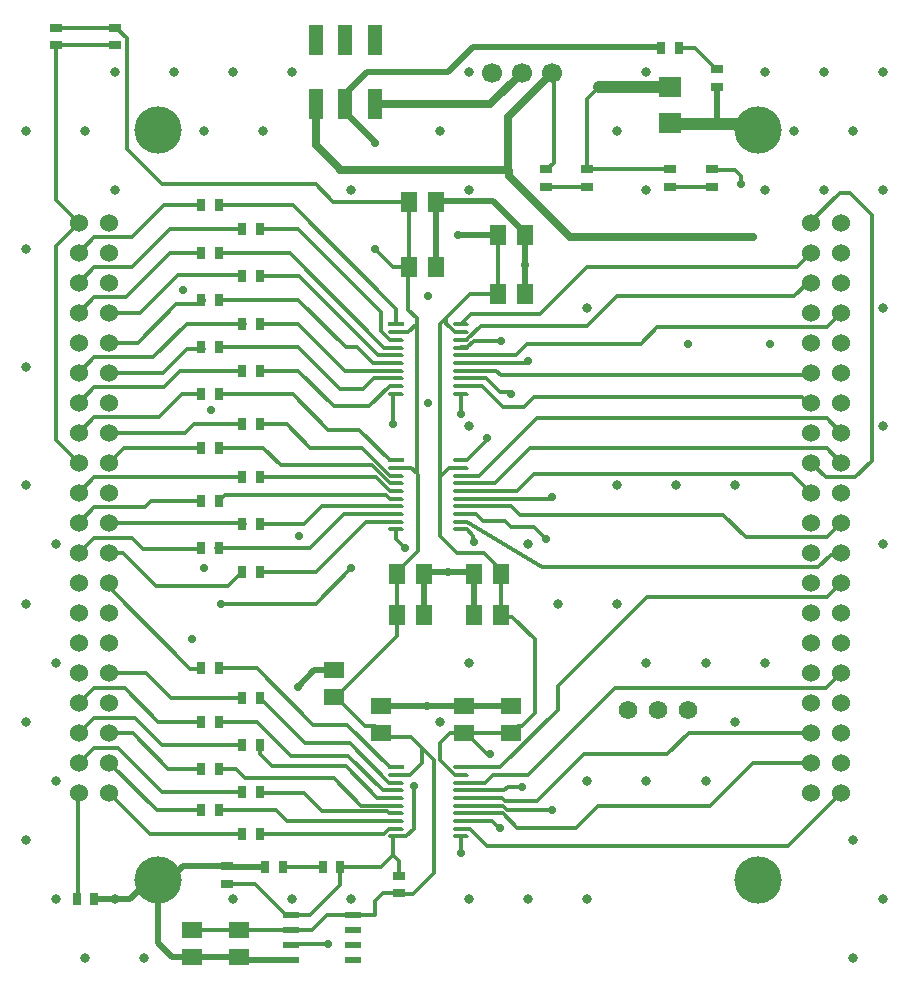
<source format=gbr>
%TF.GenerationSoftware,Altium Limited,Altium Designer,23.3.1 (30)*%
G04 Layer_Physical_Order=1*
G04 Layer_Color=255*
%FSLAX45Y45*%
%MOMM*%
%TF.SameCoordinates,CA382BF2-D798-45FE-BEC5-AB2A3CF063FF*%
%TF.FilePolarity,Positive*%
%TF.FileFunction,Copper,L1,Top,Signal*%
%TF.Part,Single*%
G01*
G75*
%TA.AperFunction,SMDPad,CuDef*%
%ADD10R,0.80000X1.00000*%
%ADD11R,1.20000X2.50000*%
%ADD12R,1.00000X0.80000*%
%ADD13R,1.40000X1.70000*%
%ADD14R,1.70000X1.40000*%
G04:AMPARAMS|DCode=15|XSize=1.35543mm|YSize=0.34077mm|CornerRadius=0.17038mm|HoleSize=0mm|Usage=FLASHONLY|Rotation=0.000|XOffset=0mm|YOffset=0mm|HoleType=Round|Shape=RoundedRectangle|*
%AMROUNDEDRECTD15*
21,1,1.35543,0.00000,0,0,0.0*
21,1,1.01467,0.34077,0,0,0.0*
1,1,0.34077,0.50733,0.00000*
1,1,0.34077,-0.50733,0.00000*
1,1,0.34077,-0.50733,0.00000*
1,1,0.34077,0.50733,0.00000*
%
%ADD15ROUNDEDRECTD15*%
%ADD16R,1.35543X0.34077*%
%ADD17R,1.84000X1.80000*%
%ADD18R,1.40000X0.60000*%
%TA.AperFunction,Conductor*%
%ADD19C,0.30000*%
%ADD20C,0.50000*%
%ADD21C,0.70000*%
%ADD22C,1.00000*%
%TA.AperFunction,ComponentPad*%
%ADD23C,1.70000*%
%ADD24C,1.52400*%
%ADD25C,1.57480*%
%TA.AperFunction,ViaPad*%
%ADD26C,4.00000*%
%ADD27C,0.70000*%
%ADD28C,0.80000*%
D10*
X7828400Y9170000D02*
D03*
X7978400D02*
D03*
X8509132Y3767500D02*
D03*
X8659132D02*
D03*
X6575000Y3500000D02*
D03*
X6425000D02*
D03*
X7628400Y9370000D02*
D03*
X7478400D02*
D03*
X7628400Y8970000D02*
D03*
X7478400D02*
D03*
X7978400Y8770000D02*
D03*
X7828400D02*
D03*
X7628400Y8570000D02*
D03*
X7478400D02*
D03*
X7978400Y8370000D02*
D03*
X7828400D02*
D03*
X7628400Y8170000D02*
D03*
X7478400D02*
D03*
X7978400Y7970000D02*
D03*
X7828400D02*
D03*
X7628400Y7770000D02*
D03*
X7478400D02*
D03*
X7978400Y7520000D02*
D03*
X7828400D02*
D03*
X7628400Y7320000D02*
D03*
X7478400D02*
D03*
X7978400Y7070000D02*
D03*
X7828400D02*
D03*
X7628400Y6870000D02*
D03*
X7478400D02*
D03*
X7978400Y6670000D02*
D03*
X7828400D02*
D03*
X7628400Y6470000D02*
D03*
X7478400D02*
D03*
X7978400Y6270000D02*
D03*
X7828400D02*
D03*
X7628400Y5450000D02*
D03*
X7478400D02*
D03*
X7978400Y5200000D02*
D03*
X7828400D02*
D03*
X7628400Y5000000D02*
D03*
X7478400D02*
D03*
X7978400Y4800000D02*
D03*
X7828400D02*
D03*
X7628400Y4600000D02*
D03*
X7478400D02*
D03*
X7978400Y4400000D02*
D03*
X7828400D02*
D03*
X7628400Y4250000D02*
D03*
X7478400D02*
D03*
X7978400Y4050000D02*
D03*
X7828400D02*
D03*
X8170257Y3767500D02*
D03*
X8020257D02*
D03*
X11525000Y10700000D02*
D03*
X11375000D02*
D03*
D11*
X8700000Y10775000D02*
D03*
Y10225000D02*
D03*
X8450000D02*
D03*
Y10775000D02*
D03*
X8950000D02*
D03*
Y10225000D02*
D03*
D12*
X11850000Y10375000D02*
D03*
Y10525000D02*
D03*
X11450000Y9675000D02*
D03*
Y9525000D02*
D03*
X10750000Y9675000D02*
D03*
Y9525000D02*
D03*
X6250000Y10875000D02*
D03*
Y10725000D02*
D03*
X11803354Y9525000D02*
D03*
Y9675000D02*
D03*
X6750000Y10875000D02*
D03*
Y10725000D02*
D03*
X7700000Y3775000D02*
D03*
Y3625000D02*
D03*
X9153354Y3695000D02*
D03*
Y3545000D02*
D03*
X10400000Y9525000D02*
D03*
Y9675000D02*
D03*
D13*
X9235700Y8850000D02*
D03*
X9464300D02*
D03*
X9235700Y9400000D02*
D03*
X9464300D02*
D03*
X9135700Y6250000D02*
D03*
X9364300D02*
D03*
X10217654Y9120000D02*
D03*
X9989054D02*
D03*
X10217654Y8620000D02*
D03*
X9989054D02*
D03*
X9135700Y5900000D02*
D03*
X9364300D02*
D03*
X9789054D02*
D03*
X10017654D02*
D03*
X9789054Y6250000D02*
D03*
X10017654D02*
D03*
D14*
X7803354Y3005700D02*
D03*
Y3234300D02*
D03*
X8603354Y5205700D02*
D03*
Y5434300D02*
D03*
X10103354Y5134300D02*
D03*
Y4905700D02*
D03*
X9003354D02*
D03*
Y5134300D02*
D03*
X9703354D02*
D03*
Y4905700D02*
D03*
X7403354Y3234300D02*
D03*
Y3005700D02*
D03*
D15*
X9680893Y8362500D02*
D03*
Y8297500D02*
D03*
Y8232500D02*
D03*
Y8167500D02*
D03*
Y8102500D02*
D03*
Y8037500D02*
D03*
Y7972500D02*
D03*
Y7907500D02*
D03*
Y7842500D02*
D03*
Y7777500D02*
D03*
X9125816D02*
D03*
Y7842500D02*
D03*
Y7907500D02*
D03*
Y7972500D02*
D03*
Y8037500D02*
D03*
Y8102500D02*
D03*
Y8167500D02*
D03*
Y8232500D02*
D03*
Y8297500D02*
D03*
X9680893Y7212500D02*
D03*
Y7147500D02*
D03*
Y7082500D02*
D03*
Y7017500D02*
D03*
Y6952500D02*
D03*
Y6887500D02*
D03*
Y6822500D02*
D03*
Y6757500D02*
D03*
Y6692500D02*
D03*
Y6627500D02*
D03*
X9125816D02*
D03*
Y6692500D02*
D03*
Y6757500D02*
D03*
Y6822500D02*
D03*
Y6887500D02*
D03*
Y6952500D02*
D03*
Y7017500D02*
D03*
Y7082500D02*
D03*
Y7147500D02*
D03*
X9680893Y4612500D02*
D03*
Y4547500D02*
D03*
Y4482500D02*
D03*
Y4417500D02*
D03*
Y4352500D02*
D03*
Y4287500D02*
D03*
Y4222500D02*
D03*
Y4157500D02*
D03*
Y4092500D02*
D03*
Y4027500D02*
D03*
X9125816D02*
D03*
Y4092500D02*
D03*
Y4157500D02*
D03*
Y4222500D02*
D03*
Y4287500D02*
D03*
Y4352500D02*
D03*
Y4417500D02*
D03*
Y4482500D02*
D03*
Y4547500D02*
D03*
D16*
Y8362500D02*
D03*
Y7212500D02*
D03*
Y4612500D02*
D03*
D17*
X11453354Y10370000D02*
D03*
Y10070000D02*
D03*
D18*
X8768351Y3360500D02*
D03*
Y3233500D02*
D03*
Y3106500D02*
D03*
Y2979500D02*
D03*
X8238358D02*
D03*
Y3106500D02*
D03*
Y3233500D02*
D03*
Y3360500D02*
D03*
D19*
X6962000Y8462000D02*
X7283133Y8783133D01*
X7815267D02*
X7828400Y8770000D01*
X7283133Y8783133D02*
X7815267D01*
X11803354Y9670971D02*
X12000021D01*
X9003354Y4870000D02*
X9253354D01*
X10747814Y9677186D02*
Y10268460D01*
Y9677186D02*
X10750000Y9675000D01*
X10747814Y10268460D02*
X10849354Y10370000D01*
X10750000Y9675000D02*
X10760000D01*
X11450000D01*
X10410000D02*
X10464479Y9729479D01*
X10453354Y10495000D02*
X10464479Y10483875D01*
Y9729479D02*
Y10483875D01*
X10400000Y9675000D02*
X10410000D01*
X10745117Y9525000D02*
X10747559Y9527441D01*
X10400000Y9525000D02*
X10745117D01*
X9282000Y4094457D02*
Y4457930D01*
X9215042Y4027500D02*
X9282000Y4094457D01*
X9105237Y4027500D02*
X9215042D01*
X9350000Y4773354D02*
X9450000Y4673354D01*
X9350000Y4650000D02*
Y4773354D01*
X9253354Y4870000D02*
X9350000Y4773354D01*
X9125816Y4547500D02*
X9247500D01*
X9350000Y4650000D01*
X9273654Y3540299D02*
X9450000Y3716646D01*
Y4673354D01*
X9100000Y8850000D02*
X9235700D01*
X8950000Y9000000D02*
X9100000Y8850000D01*
X9235700D02*
Y9400000D01*
X8450000Y9550000D02*
X8600000Y9400000D01*
X7150000Y9550000D02*
X8450000D01*
X8600000Y9400000D02*
X9235700D01*
X9234780Y8488575D02*
X9303354Y8420000D01*
X9234780Y8488575D02*
Y8849080D01*
X7978400Y4050000D02*
X7982155Y4046245D01*
X9030559D02*
X9073044Y4088731D01*
X7982155Y4046245D02*
X9030559D01*
X7978400Y4397643D02*
X8352357D01*
X8505200Y4244800D01*
X7978400Y4721600D02*
Y4800000D01*
Y4721600D02*
X8080000Y4620000D01*
X8703354D01*
X7950000Y5000000D02*
X8236884Y4713116D01*
X8721902D01*
X7628400Y5000000D02*
X7950000D01*
X8003400Y5165000D02*
X8013400D01*
X7978400Y5190000D02*
Y5200000D01*
Y5190000D02*
X8003400Y5165000D01*
X8013400D02*
X8358400Y4820000D01*
X8737582D01*
X7418884Y7518884D02*
X7827284D01*
X7346000Y7446000D02*
X7418884Y7518884D01*
X7628400Y4600000D02*
X7773355D01*
X7474456Y5446056D02*
X7478400Y5450000D01*
X7388945Y5446056D02*
X7474456D01*
X6723420Y6111580D02*
X7388945Y5446056D01*
X6986013Y6463987D02*
X7447341D01*
X6895800Y6554200D02*
X6986013Y6463987D01*
X7447341D02*
X7453354Y6470000D01*
X7154000Y7954000D02*
X7357679Y8157679D01*
X7501033D01*
X8003354Y6670000D02*
X8353354D01*
X8505854Y6822500D01*
X8450000Y6000000D02*
X8750000Y6300000D01*
X9135700Y5723046D02*
Y5900000D01*
X8618354Y5205700D02*
X9135700Y5723046D01*
Y5900000D02*
Y6250000D01*
X10017654Y5905000D02*
X10037735Y5884920D01*
X10115081D01*
X10303354Y5696646D01*
Y5070000D02*
Y5696646D01*
X10017654Y5905000D02*
Y5920000D01*
X10747559Y9527441D02*
X10750000Y9525000D01*
X12050000Y9550000D02*
Y9620991D01*
X12000021Y9670971D02*
X12050000Y9620991D01*
X11450356Y9524644D02*
X11802999D01*
X9682494Y7605852D02*
Y7775899D01*
X9680893Y7777500D02*
X9682494Y7775899D01*
X10000000Y4100000D02*
X10007231D01*
X9680893Y3886305D02*
Y4027500D01*
X9153354Y3545000D02*
X9158055Y3540299D01*
X9273654D01*
X9103354Y3867266D02*
X9153354Y3817266D01*
Y3695000D02*
Y3817266D01*
X9000849Y3767495D02*
X9103354Y3870000D01*
X8657118Y3617618D02*
Y3765485D01*
X8400000Y3360500D02*
X8657118Y3617618D01*
X8659137Y3767495D02*
X9000849D01*
X9103354Y3870000D02*
Y4025617D01*
X8170257Y3770125D02*
X8509132D01*
X8243358Y3111500D02*
X8245858Y3109000D01*
X9703354Y4905700D02*
X9718354D01*
X9589054D02*
X9703354D01*
X7650000Y6000000D02*
X8450000D01*
X9314854Y6444154D02*
Y7090926D01*
X9135700Y6265000D02*
X9314854Y6444154D01*
X9135700Y6250000D02*
Y6265000D01*
X6575800Y7067800D02*
X7205038D01*
X6446000Y6938000D02*
X6575800Y7067800D01*
X7205038D02*
X7207238Y7070000D01*
X10500000Y5100000D02*
Y5300000D01*
X10012500Y4612500D02*
X10500000Y5100000D01*
X9680893Y4612500D02*
X10012500D01*
X9950000Y4550000D02*
X10250000D01*
X9882500Y4482500D02*
X9950000Y4550000D01*
X9900054Y4724000D02*
X9924716D01*
X9718354Y4905700D02*
X9900054Y4724000D01*
X9942500Y4157500D02*
X10000000Y4100000D01*
X9731626Y6627500D02*
X9785519Y6573608D01*
Y6532077D02*
X9793172Y6524424D01*
X9785519Y6532077D02*
Y6573608D01*
X9680893Y6627500D02*
X9731626D01*
X9878621Y6424034D02*
X10017654Y6285000D01*
X9649321Y6424034D02*
X9878621D01*
X9503354Y6570000D02*
X9649321Y6424034D01*
X7150000Y9550000D02*
Y9550000D01*
X6850000Y9850000D02*
X7150000Y9550000D01*
X6760000Y10875000D02*
X6850000Y10785000D01*
Y9850000D02*
Y10785000D01*
X6750000Y10875000D02*
X6760000D01*
X6250000D02*
X6750000D01*
X6250000Y9420000D02*
Y10725000D01*
Y9420000D02*
X6446000Y9224000D01*
X6250000Y10725000D02*
X6750000D01*
X6250000Y7388000D02*
Y9028000D01*
X6446000Y9224000D01*
X11665000Y10700000D02*
X11840000Y10525000D01*
X11850000D01*
X11525000Y10700000D02*
X11665000D01*
X8198357Y3360500D02*
X8238358D01*
X7700000Y3625000D02*
X7933857D01*
X8198357Y3360500D01*
X9680893Y4092500D02*
X9681673Y4091720D01*
X9758280D01*
X9900000Y3950000D01*
X12452000D01*
X9680893Y4157500D02*
X9942500D01*
X10041252Y4417500D02*
X10073752Y4450000D01*
X10200000D01*
X10053816Y4327000D02*
X10327000D01*
X10722660Y4722660D01*
X9680893Y4417500D02*
X10041252D01*
X10028316Y4352500D02*
X10053816Y4327000D01*
X11251800Y6051800D02*
X12775800D01*
X12900000Y6176000D01*
X10500000Y5300000D02*
X11251800Y6051800D01*
X11422660Y4722660D02*
X11606000Y4906000D01*
X10722660Y4722660D02*
X11422660D01*
X10650000Y4100000D02*
X10838444Y4288444D01*
X11788444D02*
X12152000Y4652000D01*
X10838444Y4288444D02*
X11788444D01*
X12152000Y4652000D02*
X12646000D01*
X10157685Y4100000D02*
X10650000D01*
X11606000Y4906000D02*
X12646000D01*
X9680893Y4352500D02*
X10028316D01*
X10070429Y4250000D02*
X10450000D01*
X9680893Y4287500D02*
X10032929D01*
X10070429Y4250000D01*
X10250000Y4550000D02*
X10984200Y5284200D01*
X12770200D01*
X10158354Y4960700D02*
X10194055D01*
X10103354Y4905700D02*
X10158354Y4960700D01*
X10194055D02*
X10303354Y5070000D01*
X9718354Y4905700D02*
X10103354D01*
X13017799Y7067800D02*
X13159230Y7209230D01*
X12770200Y7067800D02*
X13017799D01*
X12646000Y9238179D02*
X12887489Y9479668D01*
X12646000Y7192000D02*
X12770200Y7067800D01*
X12970332Y9479668D02*
X13159230Y9290770D01*
X12887489Y9479668D02*
X12970332D01*
X13159230Y7209230D02*
Y9290770D01*
X9731626Y6692500D02*
X10367268Y6305800D01*
X12705800D01*
X12879298Y6409299D02*
X12900000Y6430000D01*
X12809299Y6409299D02*
X12879298D01*
X12705800Y6305800D02*
X12809299Y6409299D01*
X12646000Y6176000D02*
X12662524Y6192524D01*
X12452000Y3950000D02*
X12900000Y4398000D01*
X11337800Y8337800D02*
X12775800D01*
X11200000Y8200000D02*
X11337800Y8337800D01*
X12775800D02*
X12900000Y8462000D01*
X10242316Y8200000D02*
X11200000D01*
X10144816Y8102500D02*
X10242316Y8200000D01*
X12500000Y8600000D02*
X12616000Y8716000D01*
X10750000Y8350000D02*
X11000000Y8600000D01*
X9847396Y8350000D02*
X10750000D01*
X11000000Y8600000D02*
X12500000D01*
X9733665Y8236269D02*
X9847396Y8350000D01*
X9680893Y8102500D02*
X10144816D01*
X9786830Y8222704D02*
X10018027D01*
X9768393Y8450000D02*
X10350000D01*
X10750000Y8850000D01*
X9680893Y8362500D02*
X9768393Y8450000D01*
X12526000Y8850000D02*
X12646000Y8970000D01*
X10750000Y8850000D02*
X12526000D01*
X9732958Y8168832D02*
X9786830Y8222704D01*
X9680893Y8167500D02*
X9682224Y8168832D01*
X9732958D01*
X9932929Y8037500D02*
X9936129Y8034300D01*
X10234300D02*
X10250000Y8050000D01*
X9680893Y8037500D02*
X9932929D01*
X9936129Y8034300D02*
X10234300D01*
X9892500Y7907500D02*
X10009074Y7790926D01*
X9680893Y8232500D02*
X9730523D01*
X9681354Y7972039D02*
X9977961D01*
X9680893Y7907500D02*
X9892500D01*
X10019252Y7930748D02*
X12622748D01*
X9977961Y7972039D02*
X10019252Y7930748D01*
X12622748D02*
X12646000Y7954000D01*
X9680893Y7972500D02*
X9681354Y7972039D01*
X10086074Y7790926D02*
X10100000Y7777000D01*
X9730523Y8232500D02*
X9733665Y8235642D01*
X10009074Y7790926D02*
X10086074D01*
X9733665Y8235642D02*
Y8236269D01*
X12616000Y8716000D02*
X12646000D01*
X9857500Y7842500D02*
X10034500Y7665500D01*
X10215500D02*
X10300000Y7750000D01*
X10034500Y7665500D02*
X10215500D01*
X9680893Y7842500D02*
X9857500D01*
X10300000Y7750000D02*
X12567226D01*
X12617226Y7700000D02*
X12646000D01*
X12567226Y7750000D02*
X12617226Y7700000D01*
X10300000Y6650000D02*
X10400000Y6550000D01*
X9865821Y6700000D02*
X10050000D01*
X10100000Y6650000D01*
X10300000D01*
X10105115Y6822500D02*
X10177615Y6750000D01*
X11900000D01*
X12090200Y6559800D01*
X9681673Y6888280D02*
X10438280D01*
X10450000Y6900000D01*
X12090200Y6559800D02*
X12775800D01*
X9735289Y4223280D02*
X9735938Y4223929D01*
X9682970Y4223280D02*
X9735289D01*
X9682322Y4223929D02*
X9682970Y4223280D01*
X10033756Y4223929D02*
X10157685Y4100000D01*
X9735938Y4223929D02*
X10033756D01*
X9680893Y4482500D02*
X9882500D01*
X9680893Y6757500D02*
X9808321D01*
X9865821Y6700000D01*
X12484000Y7100000D02*
X12646000Y6938000D01*
X10300000Y7100000D02*
X12484000D01*
X10152500Y6952500D02*
X10300000Y7100000D01*
X9680893Y6952500D02*
X10152500D01*
X9967178Y7017178D02*
X10266200Y7316200D01*
X12775800D01*
X9681215Y7017178D02*
X9967178D01*
X9680893Y7017500D02*
X9681215Y7017178D01*
X10320200Y7570200D02*
X12775800D01*
X9680893Y7082500D02*
X9832500D01*
X10320200Y7570200D01*
X9680893Y7212500D02*
X9730523D01*
X9900000Y7381977D02*
Y7400000D01*
X9730523Y7212500D02*
X9900000Y7381977D01*
X12775800Y6559800D02*
X12900000Y6684000D01*
X9680893Y6887500D02*
X9681673Y6888280D01*
X9680893Y6822500D02*
X10105115D01*
X9680893Y6692500D02*
X9731626D01*
X12775800Y7570200D02*
X12900000Y7446000D01*
X12775800Y7316200D02*
X12900000Y7192000D01*
X12770200Y5284200D02*
X12900000Y5414000D01*
X6250000Y7388000D02*
X6446000Y7192000D01*
X10017654Y5920000D02*
Y6270000D01*
X6700000Y7446000D02*
X7346000D01*
X7320000Y7770000D02*
X7478354D01*
X6575800Y7575800D02*
X7125800D01*
X7320000Y7770000D01*
X6700000Y7954000D02*
X7154000D01*
X7075538Y8083800D02*
X7361738Y8370000D01*
X7853354D01*
X6575800Y8083800D02*
X7075538D01*
X6700000Y8462000D02*
X6962000D01*
X7220000Y9170000D02*
X7828354D01*
X6575800Y8845800D02*
X6895800D01*
X7220000Y9170000D01*
X6575800Y9099800D02*
X6896038D01*
X6446000Y8970000D02*
X6575800Y9099800D01*
X6896038D02*
X7166238Y9370000D01*
X7478354D01*
X6446000Y8716000D02*
X6575800Y8845800D01*
X7220238Y8970000D02*
X7478354D01*
X6842038Y8591800D02*
X7220238Y8970000D01*
X6575800Y8591800D02*
X6842038D01*
X6446000Y8462000D02*
X6575800Y8591800D01*
X6942238Y8208000D02*
X7269238Y8535000D01*
X6700000Y8208000D02*
X6942238D01*
X7269238Y8535000D02*
X7478354D01*
X7503354Y8560000D01*
Y8570000D01*
X6446000Y7954000D02*
X6575800Y8083800D01*
X7161038Y7829800D02*
X7301238Y7970000D01*
X7828400D01*
X6575800Y7829800D02*
X7161038D01*
X6446000Y7700000D02*
X6575800Y7829800D01*
X6446000Y7446000D02*
X6575800Y7575800D01*
X6700000Y7192000D02*
X6828000Y7320000D01*
X7478354D01*
X7207238Y7070000D02*
X7828354D01*
X7003038Y6813800D02*
X7059238Y6870000D01*
X7478354D01*
X6446000Y6684000D02*
X6575800Y6813800D01*
X7003038D01*
X7839354Y6684000D02*
X7853354Y6670000D01*
X6700000Y6684000D02*
X7839354D01*
X6570200Y6554200D02*
X6895800D01*
X6446000Y6430000D02*
X6570200Y6554200D01*
X7803354Y6235000D02*
X7828354Y6260000D01*
Y6270000D01*
X7793354Y6235000D02*
X7803354D01*
X7708354Y6150000D02*
X7793354Y6235000D01*
X7100000Y6150000D02*
X7708354D01*
X6700000Y6430000D02*
X6701200Y6428800D01*
X6821200D01*
X7100000Y6150000D01*
X6723420Y6111580D02*
Y6152580D01*
X6700000Y6176000D02*
X6723420Y6152580D01*
X7009561Y5414000D02*
X7223561Y5200000D01*
X7828400D01*
X6700000Y5414000D02*
X7009561D01*
X6446000Y5160000D02*
X6570200Y5284200D01*
X6832177D01*
X7116377Y5000000D01*
X7450000D01*
X7150000Y4800000D02*
X7828400D01*
X6919800Y5030200D02*
X7150000Y4800000D01*
X6570200Y5030200D02*
X6919800D01*
X6446000Y4906000D02*
X6570200Y5030200D01*
X6706000Y4900000D02*
X6900000D01*
X6700000Y4906000D02*
X6706000Y4900000D01*
X6773800Y4776200D02*
X7150000Y4400000D01*
X6570200Y4776200D02*
X6773800D01*
X7150000Y4400000D02*
X7828400D01*
X7200000Y4600000D02*
X7478400D01*
X6900000Y4900000D02*
X7200000Y4600000D01*
X6446000Y4652000D02*
X6570200Y4776200D01*
X6700000Y4652000D02*
X7102000Y4250000D01*
X7478400D01*
X7048000Y4050000D02*
X7828400D01*
X6700000Y4398000D02*
X7048000Y4050000D01*
X6425000Y3500000D02*
X6435500Y3510500D01*
Y4387500D01*
X6446000Y4398000D01*
X7628400Y5450000D02*
X7950000D01*
X8430000Y4970000D01*
X8717583D01*
X7773355Y4600000D02*
X7853354Y4520000D01*
X8110469Y4250000D02*
X8202969Y4157500D01*
X7628400Y4250000D02*
X8110469D01*
X9003354Y8305960D02*
Y8470000D01*
X7978354Y9170000D02*
X8303354D01*
X9003354Y8470000D01*
Y8305960D02*
X9073044Y8236270D01*
X7628354Y8970000D02*
X8229111D01*
X9031611Y8167500D02*
X9125816D01*
X8229111Y8970000D02*
X9031611Y8167500D01*
X9076186Y8232500D02*
X9125816D01*
X9073044Y8235642D02*
Y8236270D01*
Y8235642D02*
X9076186Y8232500D01*
X8253354Y9370000D02*
X9125816Y8497539D01*
X7628354Y9370000D02*
X8253354D01*
X9125816Y8362500D02*
Y8497539D01*
X8310013Y8770000D02*
X8977513Y8102500D01*
X7978354Y8770000D02*
X8310013D01*
X8977513Y8102500D02*
X9125816D01*
X8935854Y8037500D02*
X9125816D01*
X8803354Y8170000D02*
X8935854Y8037500D01*
X8303354Y8570000D02*
X8703354Y8170000D01*
X8803354D01*
X7653354Y8570000D02*
X8303354D01*
X8700854Y7972500D02*
X9125816D01*
X8303354Y8370000D02*
X8700854Y7972500D01*
X8003354Y8370000D02*
X8303354D01*
X8303354Y8170000D02*
X8653355Y7820000D01*
X7653354Y8170000D02*
X8303354D01*
X8653355Y7820000D02*
X8853354D01*
X8940854Y7907500D01*
X9125816D01*
X8603354Y7670000D02*
X8903686D01*
X8303354Y7970000D02*
X8603354Y7670000D01*
X7978400Y7970000D02*
X8303354D01*
X8903686Y7670000D02*
X9076186Y7842500D01*
X9125816D01*
X8253354Y7770000D02*
X8553354Y7470000D01*
X8817583D01*
X7628354Y7770000D02*
X8253354D01*
X8817583Y7470000D02*
X9075082Y7212500D01*
X8203354Y7520000D02*
X8403354Y7320000D01*
X8837583D01*
X7978354Y7520000D02*
X8203354D01*
X8837583Y7320000D02*
X9075082Y7082500D01*
X8153354Y7170000D02*
X8922582D01*
X7628354Y7320000D02*
X8003354D01*
X8922582Y7170000D02*
X9075082Y7017500D01*
X8003354Y7320000D02*
X8153354Y7170000D01*
X9044313Y6920000D02*
X9074303Y6890011D01*
X9076186Y6887500D02*
X9125816D01*
X7628354Y6870000D02*
Y6880000D01*
X7653355Y6905000D01*
X7663354D01*
X7678354Y6920000D02*
X9044313D01*
X7663354Y6905000D02*
X7678354Y6920000D01*
X9074303Y6889383D02*
Y6890011D01*
Y6889383D02*
X9076186Y6887500D01*
X8505854Y6822500D02*
X9125816D01*
X7603354Y6470000D02*
X8403354D01*
X8690854Y6757500D02*
X9125816D01*
X8403354Y6470000D02*
X8690854Y6757500D01*
X8875854Y6692500D02*
X9125816D01*
X8453354Y6270000D02*
X8875854Y6692500D01*
X7978354Y6270000D02*
X8453354D01*
X9075082Y7212500D02*
X9125816D01*
X9075082Y7082500D02*
X9125816D01*
X8957583Y7070000D02*
X9075082Y6952500D01*
Y7017500D02*
X9125816D01*
X7978354Y7070000D02*
X8957583D01*
X9075082Y6952500D02*
X9125816D01*
X8721902Y4713116D02*
X9016186Y4418831D01*
X8737582Y4820000D02*
X9073751Y4483832D01*
X8717583Y4970000D02*
X9075082Y4612500D01*
X8948354Y4960700D02*
X9003354Y4905700D01*
X8863354Y4960700D02*
X8948354D01*
X8618354Y5205700D02*
X8863354Y4960700D01*
X9071420Y4418280D02*
X9125036D01*
X9070868Y4418831D02*
X9071420Y4418280D01*
X9125036D02*
X9125816Y4417500D01*
X9016186Y4418831D02*
X9070868D01*
X7853354Y4520000D02*
X8603354D01*
X8835855Y4287500D01*
X8703354Y4620000D02*
X8970855Y4352500D01*
X9125816D01*
X8202969Y4157500D02*
X9125816D01*
X8505200Y4244800D02*
X9051679D01*
X9073199Y4223280D01*
X9125036D01*
X9125816Y4222500D01*
X8835855Y4287500D02*
X9125816D01*
X9076186Y4092500D02*
X9125816D01*
X9073044Y4089358D02*
X9076186Y4092500D01*
X9073044Y4088731D02*
Y4089358D01*
X9073751Y4483832D02*
X9124484D01*
X9125816Y4482500D01*
X9075082Y4612500D02*
X9125816D01*
X9103354Y4025617D02*
X9105237Y4027500D01*
X8950603Y3479501D02*
X9016103Y3545000D01*
X8950603Y3360500D02*
Y3479501D01*
X8543854Y3360500D02*
X8768351D01*
X8950603D01*
X9016103Y3545000D02*
X9153354D01*
X9303354Y7102426D02*
X9314854Y7090926D01*
X9125816Y6547538D02*
Y6627500D01*
Y6547538D02*
X9203354Y6470000D01*
X9105237Y7777500D02*
X9125816D01*
X9103354Y7520000D02*
Y7775617D01*
X9105237Y7777500D01*
X8250107Y3113250D02*
X8546604D01*
X8245858Y3109000D02*
X8250107Y3113250D01*
X8546604D02*
X8553354Y3120000D01*
X9503354Y8370000D02*
X9553354Y8420000D01*
X9503354Y7070000D02*
Y8370000D01*
X9303354Y7102426D02*
Y8370000D01*
Y8420000D01*
X9989054Y8620000D02*
Y9120000D01*
X9585850Y8340706D02*
X9629056Y8297500D01*
X9582648Y8340706D02*
X9585850D01*
X9629056Y8297500D02*
X9680893D01*
X9553354Y8370000D02*
X9582648Y8340706D01*
X9553354Y8370000D02*
Y8420000D01*
X9753354Y8620000D01*
X9989054D01*
X9125816Y8297500D02*
X9230854D01*
X9303354Y8370000D01*
X9503354Y4674305D02*
Y4820000D01*
X9589054Y4905700D01*
X9503354Y4674305D02*
X9630159Y4547500D01*
X9125816D02*
X9126596Y4548280D01*
X9185579D01*
X9503354Y7070000D02*
X9580854Y7147500D01*
X9680893D01*
X9503354Y6570000D02*
Y7070000D01*
X10017654Y6270000D02*
Y6285000D01*
X9125816Y7147500D02*
X9258280D01*
X9303354Y7102426D01*
X8238358Y3360500D02*
X8400000D01*
X8416854Y3233500D02*
X8543854Y3360500D01*
X8238358Y3233500D02*
X8416854D01*
X9630159Y4547500D02*
X9680893D01*
X7803754Y3233900D02*
X8237958D01*
X7803354Y3234300D02*
X7803754Y3233900D01*
X8237958D02*
X8238358Y3233500D01*
X7403354Y3234300D02*
X7803354D01*
D20*
X8298610Y5294986D02*
X8438546Y5434922D01*
X8602732D01*
X8603354Y5434300D01*
X9464300Y9404673D02*
X9947981D01*
X10217654Y9135000D01*
X9464300Y8850000D02*
Y9400000D01*
X10217654Y8620000D02*
Y8870000D01*
Y9120000D01*
X9403354Y6270000D02*
X9404245Y6270891D01*
X9781896D02*
X9785920Y6266866D01*
X9404245Y6270891D02*
X9781896D01*
X9789054Y5920000D02*
Y6270000D01*
X9785920Y6266866D02*
X9789054Y6270000D01*
X9364300Y5900000D02*
Y6250000D01*
X8883354Y10500000D02*
X9569806D01*
X9782655Y10712848D02*
X11362152D01*
X9569806Y10500000D02*
X9782655Y10712848D01*
X11362152D02*
X11375000Y10700000D01*
X11850000Y10062551D02*
Y10375000D01*
X8691677Y10308323D02*
X8883354Y10500000D01*
X9352072Y5912228D02*
X9364300Y5900000D01*
X9703354Y5134300D02*
X10103354D01*
X9003354D02*
X9703354D01*
X7235642Y3005700D02*
X7403354D01*
X7112000Y3129342D02*
Y3657600D01*
Y3129342D02*
X7235642Y3005700D01*
X7403354D02*
X7803354D01*
X7824554Y2984500D02*
X8233358D01*
X7803354Y3005700D02*
X7824554Y2984500D01*
X8233358D02*
X8238358Y2979500D01*
X8016507Y3771250D02*
X8020257Y3767500D01*
X7700000Y3775000D02*
X7703750Y3771250D01*
X8016507D01*
X7206709Y3657600D02*
X7324110Y3775000D01*
X7700000D01*
X7112000Y3657600D02*
X7206709D01*
X7038291D02*
X7112000D01*
X6575000Y3500000D02*
X6880692D01*
X7038291Y3657600D01*
X8700000Y10160000D02*
X8946173Y9913827D01*
Y9903827D02*
X8950000Y9900000D01*
X8946173Y9903827D02*
Y9913827D01*
X8700000Y10160000D02*
Y10225000D01*
X11840000Y10375000D02*
X11850000D01*
X8238358Y3106500D02*
X8243358Y3111500D01*
X9653354Y9120000D02*
X9989054D01*
X10217654D02*
Y9135000D01*
D21*
X10381058Y10422704D02*
X10434412Y10476058D01*
X10078354Y10120000D02*
X10381058Y10422704D01*
X10434412Y10476058D02*
X10453354Y10495000D01*
X8450000Y9879784D02*
Y10225000D01*
Y9879784D02*
X8651849Y9677935D01*
X8655197Y9670000D02*
X10078354D01*
X8651849Y9673348D02*
X8655197Y9670000D01*
X8950000Y10225000D02*
X9929354D01*
X10199354Y10495000D01*
X10078354Y9670000D02*
Y10120000D01*
X10600000Y9100000D02*
X12150000D01*
X10083354Y9616646D02*
X10600000Y9100000D01*
X10083354Y9616646D02*
Y9665000D01*
X10078354Y9670000D02*
X10083354Y9665000D01*
D22*
X11850000Y10062551D02*
X12137049D01*
X11460803D02*
X11850000D01*
X12137049D02*
X12192000Y10007600D01*
X11453354Y10070000D02*
X11460803Y10062551D01*
X12646000Y9224000D02*
Y9238179D01*
X10849354Y10370000D02*
X11453354D01*
D23*
X10453354Y10495000D02*
D03*
X10199354D02*
D03*
X9945354D02*
D03*
D24*
X6700000Y4398000D02*
D03*
X6446000D02*
D03*
X6700000Y4652000D02*
D03*
X6446000D02*
D03*
X6700000Y4906000D02*
D03*
X6446000D02*
D03*
X6700000Y5160000D02*
D03*
X6446000D02*
D03*
X6700000Y5414000D02*
D03*
X6446000D02*
D03*
X6700000Y5668000D02*
D03*
X6446000D02*
D03*
X6700000Y5922000D02*
D03*
X6446000D02*
D03*
X6700000Y6176000D02*
D03*
X6446000D02*
D03*
X6700000Y6430000D02*
D03*
X6446000D02*
D03*
X6700000Y6684000D02*
D03*
X6446000D02*
D03*
X6700000Y6938000D02*
D03*
X6446000D02*
D03*
X6700000Y7192000D02*
D03*
X6446000D02*
D03*
X6700000Y7446000D02*
D03*
X6446000D02*
D03*
X6700000Y7700000D02*
D03*
X6446000D02*
D03*
X6700000Y7954000D02*
D03*
X6446000D02*
D03*
X6700000Y8208000D02*
D03*
X6446000D02*
D03*
X6700000Y8462000D02*
D03*
X6446000D02*
D03*
X6700000Y8716000D02*
D03*
X6446000D02*
D03*
X6700000Y8970000D02*
D03*
X6446000D02*
D03*
X6700000Y9224000D02*
D03*
X6446000D02*
D03*
X12900000Y4398000D02*
D03*
X12646000D02*
D03*
X12900000Y4652000D02*
D03*
X12646000D02*
D03*
X12900000Y4906000D02*
D03*
X12646000D02*
D03*
X12900000Y5160000D02*
D03*
X12646000D02*
D03*
X12900000Y5414000D02*
D03*
X12646000D02*
D03*
X12900000Y5668000D02*
D03*
X12646000D02*
D03*
X12900000Y5922000D02*
D03*
X12646000D02*
D03*
X12900000Y6176000D02*
D03*
X12646000D02*
D03*
X12900000Y6430000D02*
D03*
X12646000D02*
D03*
X12900000Y6684000D02*
D03*
X12646000D02*
D03*
X12900000Y6938000D02*
D03*
X12646000D02*
D03*
X12900000Y7192000D02*
D03*
X12646000D02*
D03*
X12900000Y7446000D02*
D03*
X12646000D02*
D03*
X12900000Y7700000D02*
D03*
X12646000D02*
D03*
X12900000Y7954000D02*
D03*
X12646000D02*
D03*
X12900000Y8208000D02*
D03*
X12646000D02*
D03*
X12900000Y8462000D02*
D03*
X12646000D02*
D03*
X12900000Y8716000D02*
D03*
X12646000D02*
D03*
X12900000Y8970000D02*
D03*
X12646000D02*
D03*
X12900000Y9224000D02*
D03*
X12646000D02*
D03*
D25*
X11096000Y5100000D02*
D03*
X11350000D02*
D03*
X11604000D02*
D03*
D26*
X7112000Y3657600D02*
D03*
Y10007600D02*
D03*
X12192000Y3657600D02*
D03*
Y10007600D02*
D03*
D27*
X8298610Y5294986D02*
D03*
X12300000Y8200000D02*
D03*
X11600000D02*
D03*
X7323594Y8653463D02*
D03*
X7559727Y7641662D02*
D03*
X9400000Y7700000D02*
D03*
Y8600000D02*
D03*
X7400000Y5700000D02*
D03*
X9282000Y4457930D02*
D03*
X9390785Y5134300D02*
D03*
X8651849Y9673348D02*
D03*
X8950000Y9000000D02*
D03*
X8312151Y6570164D02*
D03*
X8750000Y6300000D02*
D03*
X9567607Y6270891D02*
D03*
X12050000Y9550000D02*
D03*
X10849354Y10370000D02*
D03*
X10217654Y8870000D02*
D03*
X7500000Y6300000D02*
D03*
X9682494Y7605852D02*
D03*
X10007231Y4100000D02*
D03*
X9680893Y3886305D02*
D03*
X8950000Y9900000D02*
D03*
X7650000Y6000000D02*
D03*
X9924716Y4724000D02*
D03*
X9793172Y6524424D02*
D03*
X10200000Y4450000D02*
D03*
X12150000Y9100000D02*
D03*
X10018027Y8222704D02*
D03*
X10250000Y8050000D02*
D03*
X10100000Y7777000D02*
D03*
X10450000Y6900000D02*
D03*
Y4250000D02*
D03*
X9900000Y7400000D02*
D03*
X10400000Y6550000D02*
D03*
X9203354Y6470000D02*
D03*
X9103354Y7520000D02*
D03*
X8553354Y3120000D02*
D03*
X9653354Y9120000D02*
D03*
D28*
X13250000Y10500000D02*
D03*
X13000000Y10000000D02*
D03*
X13250000Y9500000D02*
D03*
Y8500000D02*
D03*
Y7500000D02*
D03*
Y6500000D02*
D03*
X13000000Y4000000D02*
D03*
X13250000Y3500000D02*
D03*
X13000000Y3000000D02*
D03*
X12750000Y10500000D02*
D03*
X12500000Y10000000D02*
D03*
X12750000Y9500000D02*
D03*
X12250000Y10500000D02*
D03*
Y9500000D02*
D03*
X12000000Y7000000D02*
D03*
X12250000Y5500000D02*
D03*
X12000000Y5000000D02*
D03*
X11500000Y7000000D02*
D03*
X11750000Y5500000D02*
D03*
Y4500000D02*
D03*
X11250000Y10500000D02*
D03*
X11000000Y10000000D02*
D03*
X11250000Y9500000D02*
D03*
X11000000Y7000000D02*
D03*
Y6000000D02*
D03*
X11250000Y5500000D02*
D03*
Y4500000D02*
D03*
X10750000Y8500000D02*
D03*
X10500000Y6000000D02*
D03*
X10750000Y4500000D02*
D03*
Y3500000D02*
D03*
X10250000Y6500000D02*
D03*
Y3500000D02*
D03*
X9750000Y10500000D02*
D03*
X9500000Y10000000D02*
D03*
X9750000Y9500000D02*
D03*
Y7500000D02*
D03*
Y5500000D02*
D03*
X9500000Y5000000D02*
D03*
X9750000Y3500000D02*
D03*
X8750000Y9500000D02*
D03*
Y3500000D02*
D03*
X8250000Y10500000D02*
D03*
X8000000Y10000000D02*
D03*
X8250000Y3500000D02*
D03*
X7750000Y10500000D02*
D03*
X7500000Y10000000D02*
D03*
X7750000Y3500000D02*
D03*
X7250000Y10500000D02*
D03*
X7000000Y3000000D02*
D03*
X6750000Y10500000D02*
D03*
X6500000Y10000000D02*
D03*
X6750000Y9500000D02*
D03*
Y3500000D02*
D03*
X6500000Y3000000D02*
D03*
X6000000Y10000000D02*
D03*
Y9000000D02*
D03*
Y8000000D02*
D03*
Y7000000D02*
D03*
X6250000Y6500000D02*
D03*
X6000000Y6000000D02*
D03*
X6250000Y5500000D02*
D03*
X6000000Y5000000D02*
D03*
X6250000Y4500000D02*
D03*
X6000000Y4000000D02*
D03*
X6250000Y3500000D02*
D03*
%TF.MD5,e0050fae9f83e44edc806249d33af3b2*%
M02*

</source>
